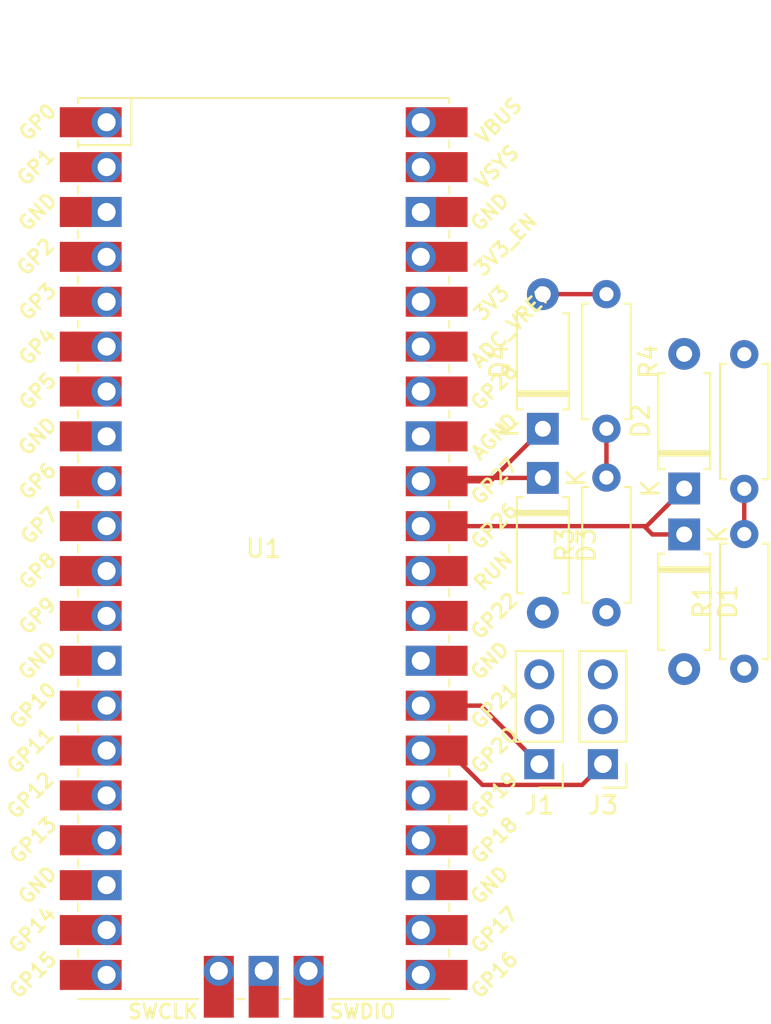
<source format=kicad_pcb>
(kicad_pcb (version 20171130) (host pcbnew "(5.1.9)-1")

  (general
    (thickness 1.6)
    (drawings 0)
    (tracks 18)
    (zones 0)
    (modules 11)
    (nets 41)
  )

  (page A4)
  (layers
    (0 F.Cu signal)
    (31 B.Cu signal)
    (32 B.Adhes user)
    (33 F.Adhes user)
    (34 B.Paste user hide)
    (35 F.Paste user)
    (36 B.SilkS user)
    (37 F.SilkS user hide)
    (38 B.Mask user)
    (39 F.Mask user)
    (40 Dwgs.User user)
    (41 Cmts.User user)
    (42 Eco1.User user)
    (43 Eco2.User user)
    (44 Edge.Cuts user)
    (45 Margin user)
    (46 B.CrtYd user)
    (47 F.CrtYd user)
    (48 B.Fab user)
    (49 F.Fab user hide)
  )

  (setup
    (last_trace_width 0.25)
    (trace_clearance 0.2)
    (zone_clearance 0.508)
    (zone_45_only no)
    (trace_min 0.2)
    (via_size 0.8)
    (via_drill 0.4)
    (via_min_size 0.4)
    (via_min_drill 0.3)
    (uvia_size 0.3)
    (uvia_drill 0.1)
    (uvias_allowed no)
    (uvia_min_size 0.2)
    (uvia_min_drill 0.1)
    (edge_width 0.05)
    (segment_width 0.2)
    (pcb_text_width 0.3)
    (pcb_text_size 1.5 1.5)
    (mod_edge_width 0.12)
    (mod_text_size 1 1)
    (mod_text_width 0.15)
    (pad_size 1.524 1.524)
    (pad_drill 0.762)
    (pad_to_mask_clearance 0)
    (aux_axis_origin 0 0)
    (visible_elements FFFFFF7F)
    (pcbplotparams
      (layerselection 0x010fc_ffffffff)
      (usegerberextensions false)
      (usegerberattributes true)
      (usegerberadvancedattributes true)
      (creategerberjobfile true)
      (excludeedgelayer true)
      (linewidth 0.100000)
      (plotframeref false)
      (viasonmask false)
      (mode 1)
      (useauxorigin false)
      (hpglpennumber 1)
      (hpglpenspeed 20)
      (hpglpendiameter 15.000000)
      (psnegative false)
      (psa4output false)
      (plotreference true)
      (plotvalue true)
      (plotinvisibletext false)
      (padsonsilk false)
      (subtractmaskfromsilk false)
      (outputformat 1)
      (mirror false)
      (drillshape 1)
      (scaleselection 1)
      (outputdirectory ""))
  )

  (net 0 "")
  (net 1 "Net-(D1-Pad2)")
  (net 2 ADC_0)
  (net 3 "Net-(D2-Pad2)")
  (net 4 "Net-(D3-Pad2)")
  (net 5 ADC_1)
  (net 6 "Net-(D4-Pad2)")
  (net 7 GND)
  (net 8 +5V)
  (net 9 PWM1)
  (net 10 PWM2)
  (net 11 "Net-(U1-Pad43)")
  (net 12 "Net-(U1-Pad41)")
  (net 13 "Net-(U1-Pad21)")
  (net 14 "Net-(U1-Pad22)")
  (net 15 "Net-(U1-Pad24)")
  (net 16 "Net-(U1-Pad25)")
  (net 17 "Net-(U1-Pad29)")
  (net 18 "Net-(U1-Pad30)")
  (net 19 "Net-(U1-Pad34)")
  (net 20 "Net-(U1-Pad35)")
  (net 21 "Net-(U1-Pad36)")
  (net 22 "Net-(U1-Pad37)")
  (net 23 "Net-(U1-Pad39)")
  (net 24 "Net-(U1-Pad40)")
  (net 25 "Net-(U1-Pad20)")
  (net 26 "Net-(U1-Pad19)")
  (net 27 "Net-(U1-Pad17)")
  (net 28 "Net-(U1-Pad16)")
  (net 29 "Net-(U1-Pad15)")
  (net 30 GPIO_4)
  (net 31 GPIO_3)
  (net 32 GPIO_2)
  (net 33 GPIO_1)
  (net 34 "Net-(U1-Pad9)")
  (net 35 "Net-(U1-Pad7)")
  (net 36 "Net-(U1-Pad6)")
  (net 37 "Net-(U1-Pad5)")
  (net 38 "Net-(U1-Pad4)")
  (net 39 "Net-(U1-Pad2)")
  (net 40 "Net-(U1-Pad1)")

  (net_class Default "This is the default net class."
    (clearance 0.2)
    (trace_width 0.25)
    (via_dia 0.8)
    (via_drill 0.4)
    (uvia_dia 0.3)
    (uvia_drill 0.1)
    (add_net +5V)
    (add_net ADC_0)
    (add_net ADC_1)
    (add_net GND)
    (add_net GPIO_1)
    (add_net GPIO_2)
    (add_net GPIO_3)
    (add_net GPIO_4)
    (add_net "Net-(D1-Pad2)")
    (add_net "Net-(D2-Pad2)")
    (add_net "Net-(D3-Pad2)")
    (add_net "Net-(D4-Pad2)")
    (add_net "Net-(U1-Pad1)")
    (add_net "Net-(U1-Pad15)")
    (add_net "Net-(U1-Pad16)")
    (add_net "Net-(U1-Pad17)")
    (add_net "Net-(U1-Pad19)")
    (add_net "Net-(U1-Pad2)")
    (add_net "Net-(U1-Pad20)")
    (add_net "Net-(U1-Pad21)")
    (add_net "Net-(U1-Pad22)")
    (add_net "Net-(U1-Pad24)")
    (add_net "Net-(U1-Pad25)")
    (add_net "Net-(U1-Pad29)")
    (add_net "Net-(U1-Pad30)")
    (add_net "Net-(U1-Pad34)")
    (add_net "Net-(U1-Pad35)")
    (add_net "Net-(U1-Pad36)")
    (add_net "Net-(U1-Pad37)")
    (add_net "Net-(U1-Pad39)")
    (add_net "Net-(U1-Pad4)")
    (add_net "Net-(U1-Pad40)")
    (add_net "Net-(U1-Pad41)")
    (add_net "Net-(U1-Pad43)")
    (add_net "Net-(U1-Pad5)")
    (add_net "Net-(U1-Pad6)")
    (add_net "Net-(U1-Pad7)")
    (add_net "Net-(U1-Pad9)")
    (add_net PWM1)
    (add_net PWM2)
  )

  (module MCU_RaspberryPi_and_Boards:RPi_Pico_SMD_TH (layer F.Cu) (tedit 61E053F3) (tstamp 61E0EA28)
    (at 164 66.4)
    (descr "Through hole straight pin header, 2x20, 2.54mm pitch, double rows")
    (tags "Through hole pin header THT 2x20 2.54mm double row")
    (path /61E063E3)
    (fp_text reference U1 (at 0 0) (layer F.SilkS)
      (effects (font (size 1 1) (thickness 0.15)))
    )
    (fp_text value Pico (at 0 2.159) (layer F.Fab)
      (effects (font (size 1 1) (thickness 0.15)))
    )
    (fp_text user "Copper Keepouts shown on Dwgs layer" (at 0.1 -30.2) (layer Cmts.User)
      (effects (font (size 1 1) (thickness 0.15)))
    )
    (fp_text user SWDIO (at 5.6 26.2) (layer F.SilkS)
      (effects (font (size 0.8 0.8) (thickness 0.15)))
    )
    (fp_text user SWCLK (at -5.7 26.2) (layer F.SilkS)
      (effects (font (size 0.8 0.8) (thickness 0.15)))
    )
    (fp_text user AGND (at 13.054 -6.35 45) (layer F.SilkS)
      (effects (font (size 0.8 0.8) (thickness 0.15)))
    )
    (fp_text user GND (at 12.8 -19.05 45) (layer F.SilkS)
      (effects (font (size 0.8 0.8) (thickness 0.15)))
    )
    (fp_text user GND (at 12.8 6.35 45) (layer F.SilkS)
      (effects (font (size 0.8 0.8) (thickness 0.15)))
    )
    (fp_text user GND (at 12.8 19.05 45) (layer F.SilkS)
      (effects (font (size 0.8 0.8) (thickness 0.15)))
    )
    (fp_text user GND (at -12.8 19.05 45) (layer F.SilkS)
      (effects (font (size 0.8 0.8) (thickness 0.15)))
    )
    (fp_text user GND (at -12.8 6.35 45) (layer F.SilkS)
      (effects (font (size 0.8 0.8) (thickness 0.15)))
    )
    (fp_text user GND (at -12.8 -6.35 45) (layer F.SilkS)
      (effects (font (size 0.8 0.8) (thickness 0.15)))
    )
    (fp_text user GND (at -12.8 -19.05 45) (layer F.SilkS)
      (effects (font (size 0.8 0.8) (thickness 0.15)))
    )
    (fp_text user VBUS (at 13.3 -24.2 45) (layer F.SilkS)
      (effects (font (size 0.8 0.8) (thickness 0.15)))
    )
    (fp_text user VSYS (at 13.2 -21.59 45) (layer F.SilkS)
      (effects (font (size 0.8 0.8) (thickness 0.15)))
    )
    (fp_text user 3V3_EN (at 13.7 -17.2 45) (layer F.SilkS)
      (effects (font (size 0.8 0.8) (thickness 0.15)))
    )
    (fp_text user 3V3 (at 12.9 -13.9 45) (layer F.SilkS)
      (effects (font (size 0.8 0.8) (thickness 0.15)))
    )
    (fp_text user ADC_VREF (at 14 -12.5 45) (layer F.SilkS)
      (effects (font (size 0.8 0.8) (thickness 0.15)))
    )
    (fp_text user GP28 (at 13.054 -9.144 45) (layer F.SilkS)
      (effects (font (size 0.8 0.8) (thickness 0.15)))
    )
    (fp_text user GP27 (at 13.054 -3.8 45) (layer F.SilkS)
      (effects (font (size 0.8 0.8) (thickness 0.15)))
    )
    (fp_text user GP26 (at 13.054 -1.27 45) (layer F.SilkS)
      (effects (font (size 0.8 0.8) (thickness 0.15)))
    )
    (fp_text user RUN (at 13 1.27 45) (layer F.SilkS)
      (effects (font (size 0.8 0.8) (thickness 0.15)))
    )
    (fp_text user GP22 (at 13.054 3.81 45) (layer F.SilkS)
      (effects (font (size 0.8 0.8) (thickness 0.15)))
    )
    (fp_text user GP21 (at 13.054 8.9 45) (layer F.SilkS)
      (effects (font (size 0.8 0.8) (thickness 0.15)))
    )
    (fp_text user GP20 (at 13.054 11.43 45) (layer F.SilkS)
      (effects (font (size 0.8 0.8) (thickness 0.15)))
    )
    (fp_text user GP19 (at 13.054 13.97 45) (layer F.SilkS)
      (effects (font (size 0.8 0.8) (thickness 0.15)))
    )
    (fp_text user GP18 (at 13.054 16.51 45) (layer F.SilkS)
      (effects (font (size 0.8 0.8) (thickness 0.15)))
    )
    (fp_text user GP17 (at 13.054 21.59 45) (layer F.SilkS)
      (effects (font (size 0.8 0.8) (thickness 0.15)))
    )
    (fp_text user GP16 (at 13.054 24.13 45) (layer F.SilkS)
      (effects (font (size 0.8 0.8) (thickness 0.15)))
    )
    (fp_text user GP15 (at -13.054 24.13 45) (layer F.SilkS)
      (effects (font (size 0.8 0.8) (thickness 0.15)))
    )
    (fp_text user GP14 (at -13.1 21.59 45) (layer F.SilkS)
      (effects (font (size 0.8 0.8) (thickness 0.15)))
    )
    (fp_text user GP13 (at -13.054 16.51 45) (layer F.SilkS)
      (effects (font (size 0.8 0.8) (thickness 0.15)))
    )
    (fp_text user GP12 (at -13.2 13.97 45) (layer F.SilkS)
      (effects (font (size 0.8 0.8) (thickness 0.15)))
    )
    (fp_text user GP11 (at -13.2 11.43 45) (layer F.SilkS)
      (effects (font (size 0.8 0.8) (thickness 0.15)))
    )
    (fp_text user GP10 (at -13.054 8.89 45) (layer F.SilkS)
      (effects (font (size 0.8 0.8) (thickness 0.15)))
    )
    (fp_text user GP9 (at -12.8 3.81 45) (layer F.SilkS)
      (effects (font (size 0.8 0.8) (thickness 0.15)))
    )
    (fp_text user GP8 (at -12.8 1.27 45) (layer F.SilkS)
      (effects (font (size 0.8 0.8) (thickness 0.15)))
    )
    (fp_text user GP7 (at -12.7 -1.3 45) (layer F.SilkS)
      (effects (font (size 0.8 0.8) (thickness 0.15)))
    )
    (fp_text user GP6 (at -12.8 -3.81 45) (layer F.SilkS)
      (effects (font (size 0.8 0.8) (thickness 0.15)))
    )
    (fp_text user GP5 (at -12.8 -8.89 45) (layer F.SilkS)
      (effects (font (size 0.8 0.8) (thickness 0.15)))
    )
    (fp_text user GP4 (at -12.8 -11.43 45) (layer F.SilkS)
      (effects (font (size 0.8 0.8) (thickness 0.15)))
    )
    (fp_text user GP3 (at -12.8 -13.97 45) (layer F.SilkS)
      (effects (font (size 0.8 0.8) (thickness 0.15)))
    )
    (fp_text user GP0 (at -12.8 -24.13 45) (layer F.SilkS)
      (effects (font (size 0.8 0.8) (thickness 0.15)))
    )
    (fp_text user GP2 (at -12.9 -16.51 45) (layer F.SilkS)
      (effects (font (size 0.8 0.8) (thickness 0.15)))
    )
    (fp_text user GP1 (at -12.9 -21.6 45) (layer F.SilkS)
      (effects (font (size 0.8 0.8) (thickness 0.15)))
    )
    (fp_text user %R (at 0 0 180) (layer F.Fab)
      (effects (font (size 1 1) (thickness 0.15)))
    )
    (fp_poly (pts (xy 3.7 -20.2) (xy -3.7 -20.2) (xy -3.7 -24.9) (xy 3.7 -24.9)) (layer Dwgs.User) (width 0.1))
    (fp_poly (pts (xy -1.5 -11.5) (xy -3.5 -11.5) (xy -3.5 -13.5) (xy -1.5 -13.5)) (layer Dwgs.User) (width 0.1))
    (fp_poly (pts (xy -1.5 -14) (xy -3.5 -14) (xy -3.5 -16) (xy -1.5 -16)) (layer Dwgs.User) (width 0.1))
    (fp_poly (pts (xy -1.5 -16.5) (xy -3.5 -16.5) (xy -3.5 -18.5) (xy -1.5 -18.5)) (layer Dwgs.User) (width 0.1))
    (fp_line (start -10.5 -25.5) (end 10.5 -25.5) (layer F.Fab) (width 0.12))
    (fp_line (start 10.5 -25.5) (end 10.5 25.5) (layer F.Fab) (width 0.12))
    (fp_line (start 10.5 25.5) (end -10.5 25.5) (layer F.Fab) (width 0.12))
    (fp_line (start -10.5 25.5) (end -10.5 -25.5) (layer F.Fab) (width 0.12))
    (fp_line (start -10.5 -24.2) (end -9.2 -25.5) (layer F.Fab) (width 0.12))
    (fp_line (start -11 -26) (end 11 -26) (layer F.CrtYd) (width 0.12))
    (fp_line (start 11 -26) (end 11 26) (layer F.CrtYd) (width 0.12))
    (fp_line (start 11 26) (end -11 26) (layer F.CrtYd) (width 0.12))
    (fp_line (start -11 26) (end -11 -26) (layer F.CrtYd) (width 0.12))
    (fp_line (start -10.5 -25.5) (end 10.5 -25.5) (layer F.SilkS) (width 0.12))
    (fp_line (start -3.7 25.5) (end -10.5 25.5) (layer F.SilkS) (width 0.12))
    (fp_line (start -10.5 -22.833) (end -7.493 -22.833) (layer F.SilkS) (width 0.12))
    (fp_line (start -7.493 -22.833) (end -7.493 -25.5) (layer F.SilkS) (width 0.12))
    (fp_line (start -10.5 -25.5) (end -10.5 -25.2) (layer F.SilkS) (width 0.12))
    (fp_line (start -10.5 -23.1) (end -10.5 -22.7) (layer F.SilkS) (width 0.12))
    (fp_line (start -10.5 -20.5) (end -10.5 -20.1) (layer F.SilkS) (width 0.12))
    (fp_line (start -10.5 -18) (end -10.5 -17.6) (layer F.SilkS) (width 0.12))
    (fp_line (start -10.5 -15.4) (end -10.5 -15) (layer F.SilkS) (width 0.12))
    (fp_line (start -10.5 -12.9) (end -10.5 -12.5) (layer F.SilkS) (width 0.12))
    (fp_line (start -10.5 -10.4) (end -10.5 -10) (layer F.SilkS) (width 0.12))
    (fp_line (start -10.5 -7.8) (end -10.5 -7.4) (layer F.SilkS) (width 0.12))
    (fp_line (start -10.5 -5.3) (end -10.5 -4.9) (layer F.SilkS) (width 0.12))
    (fp_line (start -10.5 -2.7) (end -10.5 -2.3) (layer F.SilkS) (width 0.12))
    (fp_line (start -10.5 -0.2) (end -10.5 0.2) (layer F.SilkS) (width 0.12))
    (fp_line (start -10.5 2.3) (end -10.5 2.7) (layer F.SilkS) (width 0.12))
    (fp_line (start -10.5 4.9) (end -10.5 5.3) (layer F.SilkS) (width 0.12))
    (fp_line (start -10.5 7.4) (end -10.5 7.8) (layer F.SilkS) (width 0.12))
    (fp_line (start -10.5 10) (end -10.5 10.4) (layer F.SilkS) (width 0.12))
    (fp_line (start -10.5 12.5) (end -10.5 12.9) (layer F.SilkS) (width 0.12))
    (fp_line (start -10.5 15.1) (end -10.5 15.5) (layer F.SilkS) (width 0.12))
    (fp_line (start -10.5 17.6) (end -10.5 18) (layer F.SilkS) (width 0.12))
    (fp_line (start -10.5 20.1) (end -10.5 20.5) (layer F.SilkS) (width 0.12))
    (fp_line (start -10.5 22.7) (end -10.5 23.1) (layer F.SilkS) (width 0.12))
    (fp_line (start 10.5 -10.4) (end 10.5 -10) (layer F.SilkS) (width 0.12))
    (fp_line (start 10.5 -5.3) (end 10.5 -4.9) (layer F.SilkS) (width 0.12))
    (fp_line (start 10.5 2.3) (end 10.5 2.7) (layer F.SilkS) (width 0.12))
    (fp_line (start 10.5 10) (end 10.5 10.4) (layer F.SilkS) (width 0.12))
    (fp_line (start 10.5 -20.5) (end 10.5 -20.1) (layer F.SilkS) (width 0.12))
    (fp_line (start 10.5 -23.1) (end 10.5 -22.7) (layer F.SilkS) (width 0.12))
    (fp_line (start 10.5 -15.4) (end 10.5 -15) (layer F.SilkS) (width 0.12))
    (fp_line (start 10.5 17.6) (end 10.5 18) (layer F.SilkS) (width 0.12))
    (fp_line (start 10.5 22.7) (end 10.5 23.1) (layer F.SilkS) (width 0.12))
    (fp_line (start 10.5 20.1) (end 10.5 20.5) (layer F.SilkS) (width 0.12))
    (fp_line (start 10.5 4.9) (end 10.5 5.3) (layer F.SilkS) (width 0.12))
    (fp_line (start 10.5 -0.2) (end 10.5 0.2) (layer F.SilkS) (width 0.12))
    (fp_line (start 10.5 -12.9) (end 10.5 -12.5) (layer F.SilkS) (width 0.12))
    (fp_line (start 10.5 -7.8) (end 10.5 -7.4) (layer F.SilkS) (width 0.12))
    (fp_line (start 10.5 12.5) (end 10.5 12.9) (layer F.SilkS) (width 0.12))
    (fp_line (start 10.5 -2.7) (end 10.5 -2.3) (layer F.SilkS) (width 0.12))
    (fp_line (start 10.5 -25.5) (end 10.5 -25.2) (layer F.SilkS) (width 0.12))
    (fp_line (start 10.5 -18) (end 10.5 -17.6) (layer F.SilkS) (width 0.12))
    (fp_line (start 10.5 7.4) (end 10.5 7.8) (layer F.SilkS) (width 0.12))
    (fp_line (start 10.5 15.1) (end 10.5 15.5) (layer F.SilkS) (width 0.12))
    (fp_line (start 10.5 25.5) (end 3.7 25.5) (layer F.SilkS) (width 0.12))
    (fp_line (start -1.5 25.5) (end -1.1 25.5) (layer F.SilkS) (width 0.12))
    (fp_line (start 1.1 25.5) (end 1.5 25.5) (layer F.SilkS) (width 0.12))
    (pad 43 thru_hole oval (at 2.54 23.9) (size 1.7 1.7) (drill 1.02) (layers *.Cu *.Mask)
      (net 11 "Net-(U1-Pad43)"))
    (pad 43 smd rect (at 2.54 23.9 90) (size 3.5 1.7) (drill (offset -0.9 0)) (layers F.Cu F.Mask)
      (net 11 "Net-(U1-Pad43)"))
    (pad 42 thru_hole rect (at 0 23.9) (size 1.7 1.7) (drill 1.02) (layers *.Cu *.Mask)
      (net 7 GND))
    (pad 42 smd rect (at 0 23.9 90) (size 3.5 1.7) (drill (offset -0.9 0)) (layers F.Cu F.Mask)
      (net 7 GND))
    (pad 41 thru_hole oval (at -2.54 23.9) (size 1.7 1.7) (drill 1.02) (layers *.Cu *.Mask)
      (net 12 "Net-(U1-Pad41)"))
    (pad 41 smd rect (at -2.54 23.9 90) (size 3.5 1.7) (drill (offset -0.9 0)) (layers F.Cu F.Mask)
      (net 12 "Net-(U1-Pad41)"))
    (pad "" np_thru_hole oval (at 2.425 -20.97) (size 1.5 1.5) (drill 1.5) (layers *.Cu *.Mask))
    (pad "" np_thru_hole oval (at -2.425 -20.97) (size 1.5 1.5) (drill 1.5) (layers *.Cu *.Mask))
    (pad "" np_thru_hole oval (at 2.725 -24) (size 1.8 1.8) (drill 1.8) (layers *.Cu *.Mask))
    (pad "" np_thru_hole oval (at -2.725 -24) (size 1.8 1.8) (drill 1.8) (layers *.Cu *.Mask))
    (pad 21 smd rect (at 8.89 24.13) (size 3.5 1.7) (drill (offset 0.9 0)) (layers F.Cu F.Mask)
      (net 13 "Net-(U1-Pad21)"))
    (pad 22 smd rect (at 8.89 21.59) (size 3.5 1.7) (drill (offset 0.9 0)) (layers F.Cu F.Mask)
      (net 14 "Net-(U1-Pad22)"))
    (pad 23 smd rect (at 8.89 19.05) (size 3.5 1.7) (drill (offset 0.9 0)) (layers F.Cu F.Mask)
      (net 7 GND))
    (pad 24 smd rect (at 8.89 16.51) (size 3.5 1.7) (drill (offset 0.9 0)) (layers F.Cu F.Mask)
      (net 15 "Net-(U1-Pad24)"))
    (pad 25 smd rect (at 8.89 13.97) (size 3.5 1.7) (drill (offset 0.9 0)) (layers F.Cu F.Mask)
      (net 16 "Net-(U1-Pad25)"))
    (pad 26 smd rect (at 8.89 11.43) (size 3.5 1.7) (drill (offset 0.9 0)) (layers F.Cu F.Mask)
      (net 10 PWM2))
    (pad 27 smd rect (at 8.89 8.89) (size 3.5 1.7) (drill (offset 0.9 0)) (layers F.Cu F.Mask)
      (net 9 PWM1))
    (pad 28 smd rect (at 8.89 6.35) (size 3.5 1.7) (drill (offset 0.9 0)) (layers F.Cu F.Mask)
      (net 7 GND))
    (pad 29 smd rect (at 8.89 3.81) (size 3.5 1.7) (drill (offset 0.9 0)) (layers F.Cu F.Mask)
      (net 17 "Net-(U1-Pad29)"))
    (pad 30 smd rect (at 8.89 1.27) (size 3.5 1.7) (drill (offset 0.9 0)) (layers F.Cu F.Mask)
      (net 18 "Net-(U1-Pad30)"))
    (pad 31 smd rect (at 8.89 -1.27) (size 3.5 1.7) (drill (offset 0.9 0)) (layers F.Cu F.Mask)
      (net 2 ADC_0))
    (pad 32 smd rect (at 8.89 -3.81) (size 3.5 1.7) (drill (offset 0.9 0)) (layers F.Cu F.Mask)
      (net 5 ADC_1))
    (pad 33 smd rect (at 8.89 -6.35) (size 3.5 1.7) (drill (offset 0.9 0)) (layers F.Cu F.Mask)
      (net 7 GND))
    (pad 34 smd rect (at 8.89 -8.89) (size 3.5 1.7) (drill (offset 0.9 0)) (layers F.Cu F.Mask)
      (net 19 "Net-(U1-Pad34)"))
    (pad 35 smd rect (at 8.89 -11.43) (size 3.5 1.7) (drill (offset 0.9 0)) (layers F.Cu F.Mask)
      (net 20 "Net-(U1-Pad35)"))
    (pad 36 smd rect (at 8.89 -13.97) (size 3.5 1.7) (drill (offset 0.9 0)) (layers F.Cu F.Mask)
      (net 21 "Net-(U1-Pad36)"))
    (pad 37 smd rect (at 8.89 -16.51) (size 3.5 1.7) (drill (offset 0.9 0)) (layers F.Cu F.Mask)
      (net 22 "Net-(U1-Pad37)"))
    (pad 38 smd rect (at 8.89 -19.05) (size 3.5 1.7) (drill (offset 0.9 0)) (layers F.Cu F.Mask)
      (net 7 GND))
    (pad 39 smd rect (at 8.89 -21.59) (size 3.5 1.7) (drill (offset 0.9 0)) (layers F.Cu F.Mask)
      (net 23 "Net-(U1-Pad39)"))
    (pad 40 smd rect (at 8.89 -24.13) (size 3.5 1.7) (drill (offset 0.9 0)) (layers F.Cu F.Mask)
      (net 24 "Net-(U1-Pad40)"))
    (pad 20 smd rect (at -8.89 24.13) (size 3.5 1.7) (drill (offset -0.9 0)) (layers F.Cu F.Mask)
      (net 25 "Net-(U1-Pad20)"))
    (pad 19 smd rect (at -8.89 21.59) (size 3.5 1.7) (drill (offset -0.9 0)) (layers F.Cu F.Mask)
      (net 26 "Net-(U1-Pad19)"))
    (pad 18 smd rect (at -8.89 19.05) (size 3.5 1.7) (drill (offset -0.9 0)) (layers F.Cu F.Mask)
      (net 7 GND))
    (pad 17 smd rect (at -8.89 16.51) (size 3.5 1.7) (drill (offset -0.9 0)) (layers F.Cu F.Mask)
      (net 27 "Net-(U1-Pad17)"))
    (pad 16 smd rect (at -8.89 13.97) (size 3.5 1.7) (drill (offset -0.9 0)) (layers F.Cu F.Mask)
      (net 28 "Net-(U1-Pad16)"))
    (pad 15 smd rect (at -8.89 11.43) (size 3.5 1.7) (drill (offset -0.9 0)) (layers F.Cu F.Mask)
      (net 29 "Net-(U1-Pad15)"))
    (pad 14 smd rect (at -8.89 8.89) (size 3.5 1.7) (drill (offset -0.9 0)) (layers F.Cu F.Mask)
      (net 30 GPIO_4))
    (pad 13 smd rect (at -8.89 6.35) (size 3.5 1.7) (drill (offset -0.9 0)) (layers F.Cu F.Mask)
      (net 7 GND))
    (pad 12 smd rect (at -8.89 3.81) (size 3.5 1.7) (drill (offset -0.9 0)) (layers F.Cu F.Mask)
      (net 31 GPIO_3))
    (pad 11 smd rect (at -8.89 1.27) (size 3.5 1.7) (drill (offset -0.9 0)) (layers F.Cu F.Mask)
      (net 32 GPIO_2))
    (pad 10 smd rect (at -8.89 -1.27) (size 3.5 1.7) (drill (offset -0.9 0)) (layers F.Cu F.Mask)
      (net 33 GPIO_1))
    (pad 9 smd rect (at -8.89 -3.81) (size 3.5 1.7) (drill (offset -0.9 0)) (layers F.Cu F.Mask)
      (net 34 "Net-(U1-Pad9)"))
    (pad 8 smd rect (at -8.89 -6.35) (size 3.5 1.7) (drill (offset -0.9 0)) (layers F.Cu F.Mask)
      (net 7 GND))
    (pad 7 smd rect (at -8.89 -8.89) (size 3.5 1.7) (drill (offset -0.9 0)) (layers F.Cu F.Mask)
      (net 35 "Net-(U1-Pad7)"))
    (pad 6 smd rect (at -8.89 -11.43) (size 3.5 1.7) (drill (offset -0.9 0)) (layers F.Cu F.Mask)
      (net 36 "Net-(U1-Pad6)"))
    (pad 5 smd rect (at -8.89 -13.97) (size 3.5 1.7) (drill (offset -0.9 0)) (layers F.Cu F.Mask)
      (net 37 "Net-(U1-Pad5)"))
    (pad 4 smd rect (at -8.89 -16.51) (size 3.5 1.7) (drill (offset -0.9 0)) (layers F.Cu F.Mask)
      (net 38 "Net-(U1-Pad4)"))
    (pad 3 smd rect (at -8.89 -19.05) (size 3.5 1.7) (drill (offset -0.9 0)) (layers F.Cu F.Mask)
      (net 7 GND))
    (pad 2 smd rect (at -8.89 -21.59) (size 3.5 1.7) (drill (offset -0.9 0)) (layers F.Cu F.Mask)
      (net 39 "Net-(U1-Pad2)"))
    (pad 1 smd rect (at -8.89 -24.13) (size 3.5 1.7) (drill (offset -0.9 0)) (layers F.Cu F.Mask)
      (net 40 "Net-(U1-Pad1)"))
    (pad 40 thru_hole oval (at 8.89 -24.13) (size 1.7 1.7) (drill 1.02) (layers *.Cu *.Mask)
      (net 24 "Net-(U1-Pad40)"))
    (pad 39 thru_hole oval (at 8.89 -21.59) (size 1.7 1.7) (drill 1.02) (layers *.Cu *.Mask)
      (net 23 "Net-(U1-Pad39)"))
    (pad 38 thru_hole rect (at 8.89 -19.05) (size 1.7 1.7) (drill 1.02) (layers *.Cu *.Mask)
      (net 7 GND))
    (pad 37 thru_hole oval (at 8.89 -16.51) (size 1.7 1.7) (drill 1.02) (layers *.Cu *.Mask)
      (net 22 "Net-(U1-Pad37)"))
    (pad 36 thru_hole oval (at 8.89 -13.97) (size 1.7 1.7) (drill 1.02) (layers *.Cu *.Mask)
      (net 21 "Net-(U1-Pad36)"))
    (pad 35 thru_hole oval (at 8.89 -11.43) (size 1.7 1.7) (drill 1.02) (layers *.Cu *.Mask)
      (net 20 "Net-(U1-Pad35)"))
    (pad 34 thru_hole oval (at 8.89 -8.89) (size 1.7 1.7) (drill 1.02) (layers *.Cu *.Mask)
      (net 19 "Net-(U1-Pad34)"))
    (pad 33 thru_hole rect (at 8.89 -6.35) (size 1.7 1.7) (drill 1.02) (layers *.Cu *.Mask)
      (net 7 GND))
    (pad 32 thru_hole oval (at 8.89 -3.81) (size 1.7 1.7) (drill 1.02) (layers *.Cu *.Mask)
      (net 5 ADC_1))
    (pad 31 thru_hole oval (at 8.89 -1.27) (size 1.7 1.7) (drill 1.02) (layers *.Cu *.Mask)
      (net 2 ADC_0))
    (pad 30 thru_hole oval (at 8.89 1.27) (size 1.7 1.7) (drill 1.02) (layers *.Cu *.Mask)
      (net 18 "Net-(U1-Pad30)"))
    (pad 29 thru_hole oval (at 8.89 3.81) (size 1.7 1.7) (drill 1.02) (layers *.Cu *.Mask)
      (net 17 "Net-(U1-Pad29)"))
    (pad 28 thru_hole rect (at 8.89 6.35) (size 1.7 1.7) (drill 1.02) (layers *.Cu *.Mask)
      (net 7 GND))
    (pad 27 thru_hole oval (at 8.89 8.89) (size 1.7 1.7) (drill 1.02) (layers *.Cu *.Mask)
      (net 9 PWM1))
    (pad 26 thru_hole oval (at 8.89 11.43) (size 1.7 1.7) (drill 1.02) (layers *.Cu *.Mask)
      (net 10 PWM2))
    (pad 25 thru_hole oval (at 8.89 13.97) (size 1.7 1.7) (drill 1.02) (layers *.Cu *.Mask)
      (net 16 "Net-(U1-Pad25)"))
    (pad 24 thru_hole oval (at 8.89 16.51) (size 1.7 1.7) (drill 1.02) (layers *.Cu *.Mask)
      (net 15 "Net-(U1-Pad24)"))
    (pad 23 thru_hole rect (at 8.89 19.05) (size 1.7 1.7) (drill 1.02) (layers *.Cu *.Mask)
      (net 7 GND))
    (pad 22 thru_hole oval (at 8.89 21.59) (size 1.7 1.7) (drill 1.02) (layers *.Cu *.Mask)
      (net 14 "Net-(U1-Pad22)"))
    (pad 21 thru_hole oval (at 8.89 24.13) (size 1.7 1.7) (drill 1.02) (layers *.Cu *.Mask)
      (net 13 "Net-(U1-Pad21)"))
    (pad 20 thru_hole oval (at -8.89 24.13) (size 1.7 1.7) (drill 1.02) (layers *.Cu *.Mask)
      (net 25 "Net-(U1-Pad20)"))
    (pad 19 thru_hole oval (at -8.89 21.59) (size 1.7 1.7) (drill 1.02) (layers *.Cu *.Mask)
      (net 26 "Net-(U1-Pad19)"))
    (pad 18 thru_hole rect (at -8.89 19.05) (size 1.7 1.7) (drill 1.02) (layers *.Cu *.Mask)
      (net 7 GND))
    (pad 17 thru_hole oval (at -8.89 16.51) (size 1.7 1.7) (drill 1.02) (layers *.Cu *.Mask)
      (net 27 "Net-(U1-Pad17)"))
    (pad 16 thru_hole oval (at -8.89 13.97) (size 1.7 1.7) (drill 1.02) (layers *.Cu *.Mask)
      (net 28 "Net-(U1-Pad16)"))
    (pad 15 thru_hole oval (at -8.89 11.43) (size 1.7 1.7) (drill 1.02) (layers *.Cu *.Mask)
      (net 29 "Net-(U1-Pad15)"))
    (pad 14 thru_hole oval (at -8.89 8.89) (size 1.7 1.7) (drill 1.02) (layers *.Cu *.Mask)
      (net 30 GPIO_4))
    (pad 13 thru_hole rect (at -8.89 6.35) (size 1.7 1.7) (drill 1.02) (layers *.Cu *.Mask)
      (net 7 GND))
    (pad 12 thru_hole oval (at -8.89 3.81) (size 1.7 1.7) (drill 1.02) (layers *.Cu *.Mask)
      (net 31 GPIO_3))
    (pad 11 thru_hole oval (at -8.89 1.27) (size 1.7 1.7) (drill 1.02) (layers *.Cu *.Mask)
      (net 32 GPIO_2))
    (pad 10 thru_hole oval (at -8.89 -1.27) (size 1.7 1.7) (drill 1.02) (layers *.Cu *.Mask)
      (net 33 GPIO_1))
    (pad 9 thru_hole oval (at -8.89 -3.81) (size 1.7 1.7) (drill 1.02) (layers *.Cu *.Mask)
      (net 34 "Net-(U1-Pad9)"))
    (pad 8 thru_hole rect (at -8.89 -6.35) (size 1.7 1.7) (drill 1.02) (layers *.Cu *.Mask)
      (net 7 GND))
    (pad 7 thru_hole oval (at -8.89 -8.89) (size 1.7 1.7) (drill 1.02) (layers *.Cu *.Mask)
      (net 35 "Net-(U1-Pad7)"))
    (pad 6 thru_hole oval (at -8.89 -11.43) (size 1.7 1.7) (drill 1.02) (layers *.Cu *.Mask)
      (net 36 "Net-(U1-Pad6)"))
    (pad 5 thru_hole oval (at -8.89 -13.97) (size 1.7 1.7) (drill 1.02) (layers *.Cu *.Mask)
      (net 37 "Net-(U1-Pad5)"))
    (pad 4 thru_hole oval (at -8.89 -16.51) (size 1.7 1.7) (drill 1.02) (layers *.Cu *.Mask)
      (net 38 "Net-(U1-Pad4)"))
    (pad 3 thru_hole rect (at -8.89 -19.05) (size 1.7 1.7) (drill 1.02) (layers *.Cu *.Mask)
      (net 7 GND))
    (pad 2 thru_hole oval (at -8.89 -21.59) (size 1.7 1.7) (drill 1.02) (layers *.Cu *.Mask)
      (net 39 "Net-(U1-Pad2)"))
    (pad 1 thru_hole oval (at -8.89 -24.13) (size 1.7 1.7) (drill 1.02) (layers *.Cu *.Mask)
      (net 40 "Net-(U1-Pad1)"))
    (model "${KIPRJMOD}/pi_pico_footprint/KiCad-RP-Pico-main/RP-Pico Libraries/Pico.wrl"
      (at (xyz 0 0 0))
      (scale (xyz 1 1 1))
      (rotate (xyz 0 0 0))
    )
  )

  (module Resistor_THT:R_Axial_DIN0207_L6.3mm_D2.5mm_P7.62mm_Horizontal (layer F.Cu) (tedit 5AE5139B) (tstamp 61E0D297)
    (at 183.4 52 270)
    (descr "Resistor, Axial_DIN0207 series, Axial, Horizontal, pin pitch=7.62mm, 0.25W = 1/4W, length*diameter=6.3*2.5mm^2, http://cdn-reichelt.de/documents/datenblatt/B400/1_4W%23YAG.pdf")
    (tags "Resistor Axial_DIN0207 series Axial Horizontal pin pitch 7.62mm 0.25W = 1/4W length 6.3mm diameter 2.5mm")
    (path /61E12D93)
    (fp_text reference R4 (at 3.81 -2.37 90) (layer F.SilkS)
      (effects (font (size 1 1) (thickness 0.15)))
    )
    (fp_text value R (at 3.81 2.37 90) (layer F.Fab)
      (effects (font (size 1 1) (thickness 0.15)))
    )
    (fp_text user %R (at 3.81 0 90) (layer F.Fab)
      (effects (font (size 1 1) (thickness 0.15)))
    )
    (fp_line (start 0.66 -1.25) (end 0.66 1.25) (layer F.Fab) (width 0.1))
    (fp_line (start 0.66 1.25) (end 6.96 1.25) (layer F.Fab) (width 0.1))
    (fp_line (start 6.96 1.25) (end 6.96 -1.25) (layer F.Fab) (width 0.1))
    (fp_line (start 6.96 -1.25) (end 0.66 -1.25) (layer F.Fab) (width 0.1))
    (fp_line (start 0 0) (end 0.66 0) (layer F.Fab) (width 0.1))
    (fp_line (start 7.62 0) (end 6.96 0) (layer F.Fab) (width 0.1))
    (fp_line (start 0.54 -1.04) (end 0.54 -1.37) (layer F.SilkS) (width 0.12))
    (fp_line (start 0.54 -1.37) (end 7.08 -1.37) (layer F.SilkS) (width 0.12))
    (fp_line (start 7.08 -1.37) (end 7.08 -1.04) (layer F.SilkS) (width 0.12))
    (fp_line (start 0.54 1.04) (end 0.54 1.37) (layer F.SilkS) (width 0.12))
    (fp_line (start 0.54 1.37) (end 7.08 1.37) (layer F.SilkS) (width 0.12))
    (fp_line (start 7.08 1.37) (end 7.08 1.04) (layer F.SilkS) (width 0.12))
    (fp_line (start -1.05 -1.5) (end -1.05 1.5) (layer F.CrtYd) (width 0.05))
    (fp_line (start -1.05 1.5) (end 8.67 1.5) (layer F.CrtYd) (width 0.05))
    (fp_line (start 8.67 1.5) (end 8.67 -1.5) (layer F.CrtYd) (width 0.05))
    (fp_line (start 8.67 -1.5) (end -1.05 -1.5) (layer F.CrtYd) (width 0.05))
    (pad 2 thru_hole oval (at 7.62 0 270) (size 1.6 1.6) (drill 0.8) (layers *.Cu *.Mask)
      (net 7 GND))
    (pad 1 thru_hole circle (at 0 0 270) (size 1.6 1.6) (drill 0.8) (layers *.Cu *.Mask)
      (net 6 "Net-(D4-Pad2)"))
    (model ${KISYS3DMOD}/Resistor_THT.3dshapes/R_Axial_DIN0207_L6.3mm_D2.5mm_P7.62mm_Horizontal.wrl
      (at (xyz 0 0 0))
      (scale (xyz 1 1 1))
      (rotate (xyz 0 0 0))
    )
  )

  (module Resistor_THT:R_Axial_DIN0207_L6.3mm_D2.5mm_P7.62mm_Horizontal (layer F.Cu) (tedit 5AE5139B) (tstamp 61E1072D)
    (at 183.4 70 90)
    (descr "Resistor, Axial_DIN0207 series, Axial, Horizontal, pin pitch=7.62mm, 0.25W = 1/4W, length*diameter=6.3*2.5mm^2, http://cdn-reichelt.de/documents/datenblatt/B400/1_4W%23YAG.pdf")
    (tags "Resistor Axial_DIN0207 series Axial Horizontal pin pitch 7.62mm 0.25W = 1/4W length 6.3mm diameter 2.5mm")
    (path /61E1277B)
    (fp_text reference R3 (at 3.81 -2.37 90) (layer F.SilkS)
      (effects (font (size 1 1) (thickness 0.15)))
    )
    (fp_text value R (at 3.81 2.37 90) (layer F.Fab)
      (effects (font (size 1 1) (thickness 0.15)))
    )
    (fp_text user %R (at 3.81 0 90) (layer F.Fab)
      (effects (font (size 1 1) (thickness 0.15)))
    )
    (fp_line (start 0.66 -1.25) (end 0.66 1.25) (layer F.Fab) (width 0.1))
    (fp_line (start 0.66 1.25) (end 6.96 1.25) (layer F.Fab) (width 0.1))
    (fp_line (start 6.96 1.25) (end 6.96 -1.25) (layer F.Fab) (width 0.1))
    (fp_line (start 6.96 -1.25) (end 0.66 -1.25) (layer F.Fab) (width 0.1))
    (fp_line (start 0 0) (end 0.66 0) (layer F.Fab) (width 0.1))
    (fp_line (start 7.62 0) (end 6.96 0) (layer F.Fab) (width 0.1))
    (fp_line (start 0.54 -1.04) (end 0.54 -1.37) (layer F.SilkS) (width 0.12))
    (fp_line (start 0.54 -1.37) (end 7.08 -1.37) (layer F.SilkS) (width 0.12))
    (fp_line (start 7.08 -1.37) (end 7.08 -1.04) (layer F.SilkS) (width 0.12))
    (fp_line (start 0.54 1.04) (end 0.54 1.37) (layer F.SilkS) (width 0.12))
    (fp_line (start 0.54 1.37) (end 7.08 1.37) (layer F.SilkS) (width 0.12))
    (fp_line (start 7.08 1.37) (end 7.08 1.04) (layer F.SilkS) (width 0.12))
    (fp_line (start -1.05 -1.5) (end -1.05 1.5) (layer F.CrtYd) (width 0.05))
    (fp_line (start -1.05 1.5) (end 8.67 1.5) (layer F.CrtYd) (width 0.05))
    (fp_line (start 8.67 1.5) (end 8.67 -1.5) (layer F.CrtYd) (width 0.05))
    (fp_line (start 8.67 -1.5) (end -1.05 -1.5) (layer F.CrtYd) (width 0.05))
    (pad 2 thru_hole oval (at 7.62 0 90) (size 1.6 1.6) (drill 0.8) (layers *.Cu *.Mask)
      (net 7 GND))
    (pad 1 thru_hole circle (at 0 0 90) (size 1.6 1.6) (drill 0.8) (layers *.Cu *.Mask)
      (net 4 "Net-(D3-Pad2)"))
    (model ${KISYS3DMOD}/Resistor_THT.3dshapes/R_Axial_DIN0207_L6.3mm_D2.5mm_P7.62mm_Horizontal.wrl
      (at (xyz 0 0 0))
      (scale (xyz 1 1 1))
      (rotate (xyz 0 0 0))
    )
  )

  (module Resistor_THT:R_Axial_DIN0207_L6.3mm_D2.5mm_P7.62mm_Horizontal (layer F.Cu) (tedit 5AE5139B) (tstamp 61E0D269)
    (at 191.2 55.4 270)
    (descr "Resistor, Axial_DIN0207 series, Axial, Horizontal, pin pitch=7.62mm, 0.25W = 1/4W, length*diameter=6.3*2.5mm^2, http://cdn-reichelt.de/documents/datenblatt/B400/1_4W%23YAG.pdf")
    (tags "Resistor Axial_DIN0207 series Axial Horizontal pin pitch 7.62mm 0.25W = 1/4W length 6.3mm diameter 2.5mm")
    (path /61E1224B)
    (fp_text reference R2 (at 3.81 -2.37 90) (layer F.SilkS)
      (effects (font (size 1 1) (thickness 0.15)))
    )
    (fp_text value R (at 3.81 2.37 90) (layer F.Fab)
      (effects (font (size 1 1) (thickness 0.15)))
    )
    (fp_text user %R (at 3.81 0 90) (layer F.Fab)
      (effects (font (size 1 1) (thickness 0.15)))
    )
    (fp_line (start 0.66 -1.25) (end 0.66 1.25) (layer F.Fab) (width 0.1))
    (fp_line (start 0.66 1.25) (end 6.96 1.25) (layer F.Fab) (width 0.1))
    (fp_line (start 6.96 1.25) (end 6.96 -1.25) (layer F.Fab) (width 0.1))
    (fp_line (start 6.96 -1.25) (end 0.66 -1.25) (layer F.Fab) (width 0.1))
    (fp_line (start 0 0) (end 0.66 0) (layer F.Fab) (width 0.1))
    (fp_line (start 7.62 0) (end 6.96 0) (layer F.Fab) (width 0.1))
    (fp_line (start 0.54 -1.04) (end 0.54 -1.37) (layer F.SilkS) (width 0.12))
    (fp_line (start 0.54 -1.37) (end 7.08 -1.37) (layer F.SilkS) (width 0.12))
    (fp_line (start 7.08 -1.37) (end 7.08 -1.04) (layer F.SilkS) (width 0.12))
    (fp_line (start 0.54 1.04) (end 0.54 1.37) (layer F.SilkS) (width 0.12))
    (fp_line (start 0.54 1.37) (end 7.08 1.37) (layer F.SilkS) (width 0.12))
    (fp_line (start 7.08 1.37) (end 7.08 1.04) (layer F.SilkS) (width 0.12))
    (fp_line (start -1.05 -1.5) (end -1.05 1.5) (layer F.CrtYd) (width 0.05))
    (fp_line (start -1.05 1.5) (end 8.67 1.5) (layer F.CrtYd) (width 0.05))
    (fp_line (start 8.67 1.5) (end 8.67 -1.5) (layer F.CrtYd) (width 0.05))
    (fp_line (start 8.67 -1.5) (end -1.05 -1.5) (layer F.CrtYd) (width 0.05))
    (pad 2 thru_hole oval (at 7.62 0 270) (size 1.6 1.6) (drill 0.8) (layers *.Cu *.Mask)
      (net 7 GND))
    (pad 1 thru_hole circle (at 0 0 270) (size 1.6 1.6) (drill 0.8) (layers *.Cu *.Mask)
      (net 3 "Net-(D2-Pad2)"))
    (model ${KISYS3DMOD}/Resistor_THT.3dshapes/R_Axial_DIN0207_L6.3mm_D2.5mm_P7.62mm_Horizontal.wrl
      (at (xyz 0 0 0))
      (scale (xyz 1 1 1))
      (rotate (xyz 0 0 0))
    )
  )

  (module Resistor_THT:R_Axial_DIN0207_L6.3mm_D2.5mm_P7.62mm_Horizontal (layer F.Cu) (tedit 5AE5139B) (tstamp 61E10E39)
    (at 191.2 73.2 90)
    (descr "Resistor, Axial_DIN0207 series, Axial, Horizontal, pin pitch=7.62mm, 0.25W = 1/4W, length*diameter=6.3*2.5mm^2, http://cdn-reichelt.de/documents/datenblatt/B400/1_4W%23YAG.pdf")
    (tags "Resistor Axial_DIN0207 series Axial Horizontal pin pitch 7.62mm 0.25W = 1/4W length 6.3mm diameter 2.5mm")
    (path /61E11932)
    (fp_text reference R1 (at 3.81 -2.37 90) (layer F.SilkS)
      (effects (font (size 1 1) (thickness 0.15)))
    )
    (fp_text value R (at 3.81 2.37 90) (layer F.Fab)
      (effects (font (size 1 1) (thickness 0.15)))
    )
    (fp_text user %R (at 3.81 0 90) (layer F.Fab)
      (effects (font (size 1 1) (thickness 0.15)))
    )
    (fp_line (start 0.66 -1.25) (end 0.66 1.25) (layer F.Fab) (width 0.1))
    (fp_line (start 0.66 1.25) (end 6.96 1.25) (layer F.Fab) (width 0.1))
    (fp_line (start 6.96 1.25) (end 6.96 -1.25) (layer F.Fab) (width 0.1))
    (fp_line (start 6.96 -1.25) (end 0.66 -1.25) (layer F.Fab) (width 0.1))
    (fp_line (start 0 0) (end 0.66 0) (layer F.Fab) (width 0.1))
    (fp_line (start 7.62 0) (end 6.96 0) (layer F.Fab) (width 0.1))
    (fp_line (start 0.54 -1.04) (end 0.54 -1.37) (layer F.SilkS) (width 0.12))
    (fp_line (start 0.54 -1.37) (end 7.08 -1.37) (layer F.SilkS) (width 0.12))
    (fp_line (start 7.08 -1.37) (end 7.08 -1.04) (layer F.SilkS) (width 0.12))
    (fp_line (start 0.54 1.04) (end 0.54 1.37) (layer F.SilkS) (width 0.12))
    (fp_line (start 0.54 1.37) (end 7.08 1.37) (layer F.SilkS) (width 0.12))
    (fp_line (start 7.08 1.37) (end 7.08 1.04) (layer F.SilkS) (width 0.12))
    (fp_line (start -1.05 -1.5) (end -1.05 1.5) (layer F.CrtYd) (width 0.05))
    (fp_line (start -1.05 1.5) (end 8.67 1.5) (layer F.CrtYd) (width 0.05))
    (fp_line (start 8.67 1.5) (end 8.67 -1.5) (layer F.CrtYd) (width 0.05))
    (fp_line (start 8.67 -1.5) (end -1.05 -1.5) (layer F.CrtYd) (width 0.05))
    (pad 2 thru_hole oval (at 7.62 0 90) (size 1.6 1.6) (drill 0.8) (layers *.Cu *.Mask)
      (net 7 GND))
    (pad 1 thru_hole circle (at 0 0 90) (size 1.6 1.6) (drill 0.8) (layers *.Cu *.Mask)
      (net 1 "Net-(D1-Pad2)"))
    (model ${KISYS3DMOD}/Resistor_THT.3dshapes/R_Axial_DIN0207_L6.3mm_D2.5mm_P7.62mm_Horizontal.wrl
      (at (xyz 0 0 0))
      (scale (xyz 1 1 1))
      (rotate (xyz 0 0 0))
    )
  )

  (module Connector_PinHeader_2.54mm:PinHeader_1x03_P2.54mm_Vertical (layer F.Cu) (tedit 59FED5CC) (tstamp 61E0D23B)
    (at 183.2 78.6 180)
    (descr "Through hole straight pin header, 1x03, 2.54mm pitch, single row")
    (tags "Through hole pin header THT 1x03 2.54mm single row")
    (path /61E31A50)
    (fp_text reference J3 (at 0 -2.33) (layer F.SilkS)
      (effects (font (size 1 1) (thickness 0.15)))
    )
    (fp_text value SERWO_1 (at 0.2 -6.4 90) (layer F.Fab)
      (effects (font (size 1 1) (thickness 0.15)))
    )
    (fp_text user %R (at 0 2.54 90) (layer F.Fab)
      (effects (font (size 1 1) (thickness 0.15)))
    )
    (fp_line (start -0.635 -1.27) (end 1.27 -1.27) (layer F.Fab) (width 0.1))
    (fp_line (start 1.27 -1.27) (end 1.27 6.35) (layer F.Fab) (width 0.1))
    (fp_line (start 1.27 6.35) (end -1.27 6.35) (layer F.Fab) (width 0.1))
    (fp_line (start -1.27 6.35) (end -1.27 -0.635) (layer F.Fab) (width 0.1))
    (fp_line (start -1.27 -0.635) (end -0.635 -1.27) (layer F.Fab) (width 0.1))
    (fp_line (start -1.33 6.41) (end 1.33 6.41) (layer F.SilkS) (width 0.12))
    (fp_line (start -1.33 1.27) (end -1.33 6.41) (layer F.SilkS) (width 0.12))
    (fp_line (start 1.33 1.27) (end 1.33 6.41) (layer F.SilkS) (width 0.12))
    (fp_line (start -1.33 1.27) (end 1.33 1.27) (layer F.SilkS) (width 0.12))
    (fp_line (start -1.33 0) (end -1.33 -1.33) (layer F.SilkS) (width 0.12))
    (fp_line (start -1.33 -1.33) (end 0 -1.33) (layer F.SilkS) (width 0.12))
    (fp_line (start -1.8 -1.8) (end -1.8 6.85) (layer F.CrtYd) (width 0.05))
    (fp_line (start -1.8 6.85) (end 1.8 6.85) (layer F.CrtYd) (width 0.05))
    (fp_line (start 1.8 6.85) (end 1.8 -1.8) (layer F.CrtYd) (width 0.05))
    (fp_line (start 1.8 -1.8) (end -1.8 -1.8) (layer F.CrtYd) (width 0.05))
    (pad 3 thru_hole oval (at 0 5.08 180) (size 1.7 1.7) (drill 1) (layers *.Cu *.Mask)
      (net 7 GND))
    (pad 2 thru_hole oval (at 0 2.54 180) (size 1.7 1.7) (drill 1) (layers *.Cu *.Mask)
      (net 8 +5V))
    (pad 1 thru_hole rect (at 0 0 180) (size 1.7 1.7) (drill 1) (layers *.Cu *.Mask)
      (net 10 PWM2))
    (model ${KISYS3DMOD}/Connector_PinHeader_2.54mm.3dshapes/PinHeader_1x03_P2.54mm_Vertical.wrl
      (at (xyz 0 0 0))
      (scale (xyz 1 1 1))
      (rotate (xyz 0 0 0))
    )
  )

  (module Connector_PinHeader_2.54mm:PinHeader_1x03_P2.54mm_Vertical (layer F.Cu) (tedit 59FED5CC) (tstamp 61E0D224)
    (at 179.6 78.6 180)
    (descr "Through hole straight pin header, 1x03, 2.54mm pitch, single row")
    (tags "Through hole pin header THT 1x03 2.54mm single row")
    (path /61E3088F)
    (fp_text reference J1 (at 0 -2.33) (layer F.SilkS)
      (effects (font (size 1 1) (thickness 0.15)))
    )
    (fp_text value SERWO_1 (at 0 -6.2 90) (layer F.Fab)
      (effects (font (size 1 1) (thickness 0.15)))
    )
    (fp_text user %R (at 0 2.54 90) (layer F.Fab)
      (effects (font (size 1 1) (thickness 0.15)))
    )
    (fp_line (start -0.635 -1.27) (end 1.27 -1.27) (layer F.Fab) (width 0.1))
    (fp_line (start 1.27 -1.27) (end 1.27 6.35) (layer F.Fab) (width 0.1))
    (fp_line (start 1.27 6.35) (end -1.27 6.35) (layer F.Fab) (width 0.1))
    (fp_line (start -1.27 6.35) (end -1.27 -0.635) (layer F.Fab) (width 0.1))
    (fp_line (start -1.27 -0.635) (end -0.635 -1.27) (layer F.Fab) (width 0.1))
    (fp_line (start -1.33 6.41) (end 1.33 6.41) (layer F.SilkS) (width 0.12))
    (fp_line (start -1.33 1.27) (end -1.33 6.41) (layer F.SilkS) (width 0.12))
    (fp_line (start 1.33 1.27) (end 1.33 6.41) (layer F.SilkS) (width 0.12))
    (fp_line (start -1.33 1.27) (end 1.33 1.27) (layer F.SilkS) (width 0.12))
    (fp_line (start -1.33 0) (end -1.33 -1.33) (layer F.SilkS) (width 0.12))
    (fp_line (start -1.33 -1.33) (end 0 -1.33) (layer F.SilkS) (width 0.12))
    (fp_line (start -1.8 -1.8) (end -1.8 6.85) (layer F.CrtYd) (width 0.05))
    (fp_line (start -1.8 6.85) (end 1.8 6.85) (layer F.CrtYd) (width 0.05))
    (fp_line (start 1.8 6.85) (end 1.8 -1.8) (layer F.CrtYd) (width 0.05))
    (fp_line (start 1.8 -1.8) (end -1.8 -1.8) (layer F.CrtYd) (width 0.05))
    (pad 3 thru_hole oval (at 0 5.08 180) (size 1.7 1.7) (drill 1) (layers *.Cu *.Mask)
      (net 7 GND))
    (pad 2 thru_hole oval (at 0 2.54 180) (size 1.7 1.7) (drill 1) (layers *.Cu *.Mask)
      (net 8 +5V))
    (pad 1 thru_hole rect (at 0 0 180) (size 1.7 1.7) (drill 1) (layers *.Cu *.Mask)
      (net 9 PWM1))
    (model ${KISYS3DMOD}/Connector_PinHeader_2.54mm.3dshapes/PinHeader_1x03_P2.54mm_Vertical.wrl
      (at (xyz 0 0 0))
      (scale (xyz 1 1 1))
      (rotate (xyz 0 0 0))
    )
  )

  (module Diode_THT:D_A-405_P7.62mm_Horizontal (layer F.Cu) (tedit 5AE50CD5) (tstamp 61E10571)
    (at 179.8 59.62 90)
    (descr "Diode, A-405 series, Axial, Horizontal, pin pitch=7.62mm, , length*diameter=5.2*2.7mm^2, , http://www.diodes.com/_files/packages/A-405.pdf")
    (tags "Diode A-405 series Axial Horizontal pin pitch 7.62mm  length 5.2mm diameter 2.7mm")
    (path /61E10797)
    (fp_text reference D4 (at 3.81 -2.47 90) (layer F.SilkS)
      (effects (font (size 1 1) (thickness 0.15)))
    )
    (fp_text value 1N4148 (at 3.81 2.47 90) (layer F.Fab)
      (effects (font (size 1 1) (thickness 0.15)))
    )
    (fp_text user K (at 0 -1.9 90) (layer F.SilkS)
      (effects (font (size 1 1) (thickness 0.15)))
    )
    (fp_text user K (at 0 -1.9 90) (layer F.Fab)
      (effects (font (size 1 1) (thickness 0.15)))
    )
    (fp_text user %R (at 4.2 0 90) (layer F.Fab)
      (effects (font (size 1 1) (thickness 0.15)))
    )
    (fp_line (start 1.21 -1.35) (end 1.21 1.35) (layer F.Fab) (width 0.1))
    (fp_line (start 1.21 1.35) (end 6.41 1.35) (layer F.Fab) (width 0.1))
    (fp_line (start 6.41 1.35) (end 6.41 -1.35) (layer F.Fab) (width 0.1))
    (fp_line (start 6.41 -1.35) (end 1.21 -1.35) (layer F.Fab) (width 0.1))
    (fp_line (start 0 0) (end 1.21 0) (layer F.Fab) (width 0.1))
    (fp_line (start 7.62 0) (end 6.41 0) (layer F.Fab) (width 0.1))
    (fp_line (start 1.99 -1.35) (end 1.99 1.35) (layer F.Fab) (width 0.1))
    (fp_line (start 2.09 -1.35) (end 2.09 1.35) (layer F.Fab) (width 0.1))
    (fp_line (start 1.89 -1.35) (end 1.89 1.35) (layer F.Fab) (width 0.1))
    (fp_line (start 1.09 -1.14) (end 1.09 -1.47) (layer F.SilkS) (width 0.12))
    (fp_line (start 1.09 -1.47) (end 6.53 -1.47) (layer F.SilkS) (width 0.12))
    (fp_line (start 6.53 -1.47) (end 6.53 -1.14) (layer F.SilkS) (width 0.12))
    (fp_line (start 1.09 1.14) (end 1.09 1.47) (layer F.SilkS) (width 0.12))
    (fp_line (start 1.09 1.47) (end 6.53 1.47) (layer F.SilkS) (width 0.12))
    (fp_line (start 6.53 1.47) (end 6.53 1.14) (layer F.SilkS) (width 0.12))
    (fp_line (start 1.99 -1.47) (end 1.99 1.47) (layer F.SilkS) (width 0.12))
    (fp_line (start 2.11 -1.47) (end 2.11 1.47) (layer F.SilkS) (width 0.12))
    (fp_line (start 1.87 -1.47) (end 1.87 1.47) (layer F.SilkS) (width 0.12))
    (fp_line (start -1.15 -1.6) (end -1.15 1.6) (layer F.CrtYd) (width 0.05))
    (fp_line (start -1.15 1.6) (end 8.77 1.6) (layer F.CrtYd) (width 0.05))
    (fp_line (start 8.77 1.6) (end 8.77 -1.6) (layer F.CrtYd) (width 0.05))
    (fp_line (start 8.77 -1.6) (end -1.15 -1.6) (layer F.CrtYd) (width 0.05))
    (pad 2 thru_hole oval (at 7.62 0 90) (size 1.8 1.8) (drill 0.9) (layers *.Cu *.Mask)
      (net 6 "Net-(D4-Pad2)"))
    (pad 1 thru_hole rect (at 0 0 90) (size 1.8 1.8) (drill 0.9) (layers *.Cu *.Mask)
      (net 5 ADC_1))
    (model ${KISYS3DMOD}/Diode_THT.3dshapes/D_A-405_P7.62mm_Horizontal.wrl
      (at (xyz 0 0 0))
      (scale (xyz 1 1 1))
      (rotate (xyz 0 0 0))
    )
  )

  (module Diode_THT:D_A-405_P7.62mm_Horizontal (layer F.Cu) (tedit 5AE50CD5) (tstamp 61E0D172)
    (at 179.8 62.4 270)
    (descr "Diode, A-405 series, Axial, Horizontal, pin pitch=7.62mm, , length*diameter=5.2*2.7mm^2, , http://www.diodes.com/_files/packages/A-405.pdf")
    (tags "Diode A-405 series Axial Horizontal pin pitch 7.62mm  length 5.2mm diameter 2.7mm")
    (path /61E10791)
    (fp_text reference D3 (at 3.81 -2.47 90) (layer F.SilkS)
      (effects (font (size 1 1) (thickness 0.15)))
    )
    (fp_text value 1N4148 (at 3.81 2.47 90) (layer F.Fab)
      (effects (font (size 1 1) (thickness 0.15)))
    )
    (fp_text user K (at 0 -1.9 90) (layer F.SilkS)
      (effects (font (size 1 1) (thickness 0.15)))
    )
    (fp_text user K (at 0 -1.9 90) (layer F.Fab)
      (effects (font (size 1 1) (thickness 0.15)))
    )
    (fp_text user %R (at 4.2 0 90) (layer F.Fab)
      (effects (font (size 1 1) (thickness 0.15)))
    )
    (fp_line (start 1.21 -1.35) (end 1.21 1.35) (layer F.Fab) (width 0.1))
    (fp_line (start 1.21 1.35) (end 6.41 1.35) (layer F.Fab) (width 0.1))
    (fp_line (start 6.41 1.35) (end 6.41 -1.35) (layer F.Fab) (width 0.1))
    (fp_line (start 6.41 -1.35) (end 1.21 -1.35) (layer F.Fab) (width 0.1))
    (fp_line (start 0 0) (end 1.21 0) (layer F.Fab) (width 0.1))
    (fp_line (start 7.62 0) (end 6.41 0) (layer F.Fab) (width 0.1))
    (fp_line (start 1.99 -1.35) (end 1.99 1.35) (layer F.Fab) (width 0.1))
    (fp_line (start 2.09 -1.35) (end 2.09 1.35) (layer F.Fab) (width 0.1))
    (fp_line (start 1.89 -1.35) (end 1.89 1.35) (layer F.Fab) (width 0.1))
    (fp_line (start 1.09 -1.14) (end 1.09 -1.47) (layer F.SilkS) (width 0.12))
    (fp_line (start 1.09 -1.47) (end 6.53 -1.47) (layer F.SilkS) (width 0.12))
    (fp_line (start 6.53 -1.47) (end 6.53 -1.14) (layer F.SilkS) (width 0.12))
    (fp_line (start 1.09 1.14) (end 1.09 1.47) (layer F.SilkS) (width 0.12))
    (fp_line (start 1.09 1.47) (end 6.53 1.47) (layer F.SilkS) (width 0.12))
    (fp_line (start 6.53 1.47) (end 6.53 1.14) (layer F.SilkS) (width 0.12))
    (fp_line (start 1.99 -1.47) (end 1.99 1.47) (layer F.SilkS) (width 0.12))
    (fp_line (start 2.11 -1.47) (end 2.11 1.47) (layer F.SilkS) (width 0.12))
    (fp_line (start 1.87 -1.47) (end 1.87 1.47) (layer F.SilkS) (width 0.12))
    (fp_line (start -1.15 -1.6) (end -1.15 1.6) (layer F.CrtYd) (width 0.05))
    (fp_line (start -1.15 1.6) (end 8.77 1.6) (layer F.CrtYd) (width 0.05))
    (fp_line (start 8.77 1.6) (end 8.77 -1.6) (layer F.CrtYd) (width 0.05))
    (fp_line (start 8.77 -1.6) (end -1.15 -1.6) (layer F.CrtYd) (width 0.05))
    (pad 2 thru_hole oval (at 7.62 0 270) (size 1.8 1.8) (drill 0.9) (layers *.Cu *.Mask)
      (net 4 "Net-(D3-Pad2)"))
    (pad 1 thru_hole rect (at 0 0 270) (size 1.8 1.8) (drill 0.9) (layers *.Cu *.Mask)
      (net 5 ADC_1))
    (model ${KISYS3DMOD}/Diode_THT.3dshapes/D_A-405_P7.62mm_Horizontal.wrl
      (at (xyz 0 0 0))
      (scale (xyz 1 1 1))
      (rotate (xyz 0 0 0))
    )
  )

  (module Diode_THT:D_A-405_P7.62mm_Horizontal (layer F.Cu) (tedit 5AE50CD5) (tstamp 61E0D153)
    (at 187.8 63 90)
    (descr "Diode, A-405 series, Axial, Horizontal, pin pitch=7.62mm, , length*diameter=5.2*2.7mm^2, , http://www.diodes.com/_files/packages/A-405.pdf")
    (tags "Diode A-405 series Axial Horizontal pin pitch 7.62mm  length 5.2mm diameter 2.7mm")
    (path /61E0F91E)
    (fp_text reference D2 (at 3.81 -2.47 90) (layer F.SilkS)
      (effects (font (size 1 1) (thickness 0.15)))
    )
    (fp_text value 1N4148 (at 3.81 2.47 90) (layer F.Fab)
      (effects (font (size 1 1) (thickness 0.15)))
    )
    (fp_text user K (at 0 -1.9 90) (layer F.SilkS)
      (effects (font (size 1 1) (thickness 0.15)))
    )
    (fp_text user K (at 0 -1.9 90) (layer F.Fab)
      (effects (font (size 1 1) (thickness 0.15)))
    )
    (fp_text user %R (at 4.2 0 90) (layer F.Fab)
      (effects (font (size 1 1) (thickness 0.15)))
    )
    (fp_line (start 1.21 -1.35) (end 1.21 1.35) (layer F.Fab) (width 0.1))
    (fp_line (start 1.21 1.35) (end 6.41 1.35) (layer F.Fab) (width 0.1))
    (fp_line (start 6.41 1.35) (end 6.41 -1.35) (layer F.Fab) (width 0.1))
    (fp_line (start 6.41 -1.35) (end 1.21 -1.35) (layer F.Fab) (width 0.1))
    (fp_line (start 0 0) (end 1.21 0) (layer F.Fab) (width 0.1))
    (fp_line (start 7.62 0) (end 6.41 0) (layer F.Fab) (width 0.1))
    (fp_line (start 1.99 -1.35) (end 1.99 1.35) (layer F.Fab) (width 0.1))
    (fp_line (start 2.09 -1.35) (end 2.09 1.35) (layer F.Fab) (width 0.1))
    (fp_line (start 1.89 -1.35) (end 1.89 1.35) (layer F.Fab) (width 0.1))
    (fp_line (start 1.09 -1.14) (end 1.09 -1.47) (layer F.SilkS) (width 0.12))
    (fp_line (start 1.09 -1.47) (end 6.53 -1.47) (layer F.SilkS) (width 0.12))
    (fp_line (start 6.53 -1.47) (end 6.53 -1.14) (layer F.SilkS) (width 0.12))
    (fp_line (start 1.09 1.14) (end 1.09 1.47) (layer F.SilkS) (width 0.12))
    (fp_line (start 1.09 1.47) (end 6.53 1.47) (layer F.SilkS) (width 0.12))
    (fp_line (start 6.53 1.47) (end 6.53 1.14) (layer F.SilkS) (width 0.12))
    (fp_line (start 1.99 -1.47) (end 1.99 1.47) (layer F.SilkS) (width 0.12))
    (fp_line (start 2.11 -1.47) (end 2.11 1.47) (layer F.SilkS) (width 0.12))
    (fp_line (start 1.87 -1.47) (end 1.87 1.47) (layer F.SilkS) (width 0.12))
    (fp_line (start -1.15 -1.6) (end -1.15 1.6) (layer F.CrtYd) (width 0.05))
    (fp_line (start -1.15 1.6) (end 8.77 1.6) (layer F.CrtYd) (width 0.05))
    (fp_line (start 8.77 1.6) (end 8.77 -1.6) (layer F.CrtYd) (width 0.05))
    (fp_line (start 8.77 -1.6) (end -1.15 -1.6) (layer F.CrtYd) (width 0.05))
    (pad 2 thru_hole oval (at 7.62 0 90) (size 1.8 1.8) (drill 0.9) (layers *.Cu *.Mask)
      (net 3 "Net-(D2-Pad2)"))
    (pad 1 thru_hole rect (at 0 0 90) (size 1.8 1.8) (drill 0.9) (layers *.Cu *.Mask)
      (net 2 ADC_0))
    (model ${KISYS3DMOD}/Diode_THT.3dshapes/D_A-405_P7.62mm_Horizontal.wrl
      (at (xyz 0 0 0))
      (scale (xyz 1 1 1))
      (rotate (xyz 0 0 0))
    )
  )

  (module Diode_THT:D_A-405_P7.62mm_Horizontal (layer F.Cu) (tedit 5AE50CD5) (tstamp 61E0F281)
    (at 187.8 65.6 270)
    (descr "Diode, A-405 series, Axial, Horizontal, pin pitch=7.62mm, , length*diameter=5.2*2.7mm^2, , http://www.diodes.com/_files/packages/A-405.pdf")
    (tags "Diode A-405 series Axial Horizontal pin pitch 7.62mm  length 5.2mm diameter 2.7mm")
    (path /61E0E827)
    (fp_text reference D1 (at 3.81 -2.47 90) (layer F.SilkS)
      (effects (font (size 1 1) (thickness 0.15)))
    )
    (fp_text value 1N4148 (at 3.81 2.47 90) (layer F.Fab)
      (effects (font (size 1 1) (thickness 0.15)))
    )
    (fp_text user K (at 0 -1.9 90) (layer F.SilkS)
      (effects (font (size 1 1) (thickness 0.15)))
    )
    (fp_text user K (at 0 -1.9 90) (layer F.Fab)
      (effects (font (size 1 1) (thickness 0.15)))
    )
    (fp_text user %R (at 4.2 0) (layer F.Fab)
      (effects (font (size 1 1) (thickness 0.15)))
    )
    (fp_line (start 1.21 -1.35) (end 1.21 1.35) (layer F.Fab) (width 0.1))
    (fp_line (start 1.21 1.35) (end 6.41 1.35) (layer F.Fab) (width 0.1))
    (fp_line (start 6.41 1.35) (end 6.41 -1.35) (layer F.Fab) (width 0.1))
    (fp_line (start 6.41 -1.35) (end 1.21 -1.35) (layer F.Fab) (width 0.1))
    (fp_line (start 0 0) (end 1.21 0) (layer F.Fab) (width 0.1))
    (fp_line (start 7.62 0) (end 6.41 0) (layer F.Fab) (width 0.1))
    (fp_line (start 1.99 -1.35) (end 1.99 1.35) (layer F.Fab) (width 0.1))
    (fp_line (start 2.09 -1.35) (end 2.09 1.35) (layer F.Fab) (width 0.1))
    (fp_line (start 1.89 -1.35) (end 1.89 1.35) (layer F.Fab) (width 0.1))
    (fp_line (start 1.09 -1.14) (end 1.09 -1.47) (layer F.SilkS) (width 0.12))
    (fp_line (start 1.09 -1.47) (end 6.53 -1.47) (layer F.SilkS) (width 0.12))
    (fp_line (start 6.53 -1.47) (end 6.53 -1.14) (layer F.SilkS) (width 0.12))
    (fp_line (start 1.09 1.14) (end 1.09 1.47) (layer F.SilkS) (width 0.12))
    (fp_line (start 1.09 1.47) (end 6.53 1.47) (layer F.SilkS) (width 0.12))
    (fp_line (start 6.53 1.47) (end 6.53 1.14) (layer F.SilkS) (width 0.12))
    (fp_line (start 1.99 -1.47) (end 1.99 1.47) (layer F.SilkS) (width 0.12))
    (fp_line (start 2.11 -1.47) (end 2.11 1.47) (layer F.SilkS) (width 0.12))
    (fp_line (start 1.87 -1.47) (end 1.87 1.47) (layer F.SilkS) (width 0.12))
    (fp_line (start -1.15 -1.6) (end -1.15 1.6) (layer F.CrtYd) (width 0.05))
    (fp_line (start -1.15 1.6) (end 8.77 1.6) (layer F.CrtYd) (width 0.05))
    (fp_line (start 8.77 1.6) (end 8.77 -1.6) (layer F.CrtYd) (width 0.05))
    (fp_line (start 8.77 -1.6) (end -1.15 -1.6) (layer F.CrtYd) (width 0.05))
    (pad 2 thru_hole oval (at 7.62 0 270) (size 1.8 1.8) (drill 0.9) (layers *.Cu *.Mask)
      (net 1 "Net-(D1-Pad2)"))
    (pad 1 thru_hole rect (at 0 0 270) (size 1.8 1.8) (drill 0.9) (layers *.Cu *.Mask)
      (net 2 ADC_0))
    (model ${KISYS3DMOD}/Diode_THT.3dshapes/D_A-405_P7.62mm_Horizontal.wrl
      (at (xyz 0 0 0))
      (scale (xyz 1 1 1))
      (rotate (xyz 0 0 0))
    )
  )

  (segment (start 187.8 63) (end 185.67 65.13) (width 0.25) (layer F.Cu) (net 2))
  (segment (start 186 65.6) (end 185.53 65.13) (width 0.25) (layer F.Cu) (net 2))
  (segment (start 187.8 65.6) (end 186 65.6) (width 0.25) (layer F.Cu) (net 2))
  (segment (start 185.53 65.13) (end 172.89 65.13) (width 0.25) (layer F.Cu) (net 2))
  (segment (start 185.67 65.13) (end 185.53 65.13) (width 0.25) (layer F.Cu) (net 2))
  (segment (start 176.83 62.59) (end 172.89 62.59) (width 0.25) (layer F.Cu) (net 5))
  (segment (start 179.8 59.62) (end 176.83 62.59) (width 0.25) (layer F.Cu) (net 5))
  (segment (start 173.08 62.4) (end 172.89 62.59) (width 0.25) (layer F.Cu) (net 5))
  (segment (start 179.8 62.4) (end 173.08 62.4) (width 0.25) (layer F.Cu) (net 5))
  (segment (start 179.8 52) (end 183.4 52) (width 0.25) (layer F.Cu) (net 6))
  (segment (start 183.4 59.62) (end 183.4 62.38) (width 0.25) (layer F.Cu) (net 7))
  (segment (start 191.2 63.02) (end 191.2 65.58) (width 0.25) (layer F.Cu) (net 7))
  (segment (start 176.29 75.29) (end 172.89 75.29) (width 0.25) (layer F.Cu) (net 9))
  (segment (start 179.6 78.6) (end 176.29 75.29) (width 0.25) (layer F.Cu) (net 9))
  (segment (start 174.435002 77.83) (end 172.89 77.83) (width 0.25) (layer F.Cu) (net 10))
  (segment (start 176.380003 79.775001) (end 174.435002 77.83) (width 0.25) (layer F.Cu) (net 10))
  (segment (start 182.024999 79.775001) (end 176.380003 79.775001) (width 0.25) (layer F.Cu) (net 10))
  (segment (start 183.2 78.6) (end 182.024999 79.775001) (width 0.25) (layer F.Cu) (net 10))

)

</source>
